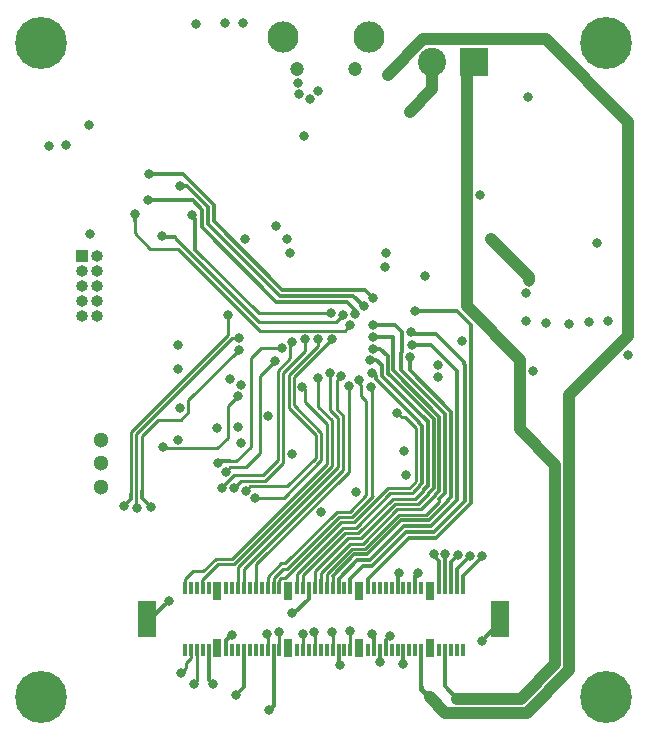
<source format=gbr>
%TF.GenerationSoftware,KiCad,Pcbnew,(5.1.10)-1*%
%TF.CreationDate,2021-09-19T12:36:10+02:00*%
%TF.ProjectId,stm32f446re_carrier_board,73746d33-3266-4343-9436-72655f636172,rev?*%
%TF.SameCoordinates,Original*%
%TF.FileFunction,Copper,L4,Bot*%
%TF.FilePolarity,Positive*%
%FSLAX46Y46*%
G04 Gerber Fmt 4.6, Leading zero omitted, Abs format (unit mm)*
G04 Created by KiCad (PCBNEW (5.1.10)-1) date 2021-09-19 12:36:10*
%MOMM*%
%LPD*%
G01*
G04 APERTURE LIST*
%TA.AperFunction,ComponentPad*%
%ADD10C,1.300000*%
%TD*%
%TA.AperFunction,ComponentPad*%
%ADD11O,1.000000X1.000000*%
%TD*%
%TA.AperFunction,ComponentPad*%
%ADD12R,1.000000X1.000000*%
%TD*%
%TA.AperFunction,ComponentPad*%
%ADD13C,2.400000*%
%TD*%
%TA.AperFunction,ComponentPad*%
%ADD14R,2.400000X2.400000*%
%TD*%
%TA.AperFunction,ComponentPad*%
%ADD15C,0.700000*%
%TD*%
%TA.AperFunction,ComponentPad*%
%ADD16C,4.400000*%
%TD*%
%TA.AperFunction,ComponentPad*%
%ADD17C,2.640000*%
%TD*%
%TA.AperFunction,ComponentPad*%
%ADD18C,1.200000*%
%TD*%
%TA.AperFunction,SMDPad,CuDef*%
%ADD19R,0.300000X1.100000*%
%TD*%
%TA.AperFunction,SMDPad,CuDef*%
%ADD20R,0.700000X1.500000*%
%TD*%
%TA.AperFunction,SMDPad,CuDef*%
%ADD21R,1.600000X3.100000*%
%TD*%
%TA.AperFunction,ViaPad*%
%ADD22C,0.800000*%
%TD*%
%TA.AperFunction,Conductor*%
%ADD23C,0.300000*%
%TD*%
%TA.AperFunction,Conductor*%
%ADD24C,1.000000*%
%TD*%
%TA.AperFunction,Conductor*%
%ADD25C,0.400000*%
%TD*%
%TA.AperFunction,Conductor*%
%ADD26C,0.250000*%
%TD*%
G04 APERTURE END LIST*
D10*
%TO.P,SW1,3*%
%TO.N,GND*%
X119210000Y-100400000D03*
%TO.P,SW1,2*%
%TO.N,Net-(R1-Pad1)*%
X119210000Y-98400000D03*
%TO.P,SW1,1*%
%TO.N,+3V3*%
X119200000Y-102400000D03*
%TD*%
D11*
%TO.P,J4,10*%
%TO.N,Net-(J4-Pad10)*%
X118870000Y-87880000D03*
%TO.P,J4,9*%
%TO.N,GND*%
X117600000Y-87880000D03*
%TO.P,J4,8*%
%TO.N,Net-(J4-Pad8)*%
X118870000Y-86610000D03*
%TO.P,J4,7*%
%TO.N,Net-(J4-Pad7)*%
X117600000Y-86610000D03*
%TO.P,J4,6*%
%TO.N,Net-(J4-Pad6)*%
X118870000Y-85340000D03*
%TO.P,J4,5*%
%TO.N,GND*%
X117600000Y-85340000D03*
%TO.P,J4,4*%
%TO.N,Net-(J4-Pad4)*%
X118870000Y-84070000D03*
%TO.P,J4,3*%
%TO.N,GND*%
X117600000Y-84070000D03*
%TO.P,J4,2*%
%TO.N,Net-(J4-Pad2)*%
X118870000Y-82800000D03*
D12*
%TO.P,J4,1*%
%TO.N,+3V3*%
X117600000Y-82800000D03*
%TD*%
D13*
%TO.P,J1,2*%
%TO.N,GND*%
X147300000Y-66400000D03*
D14*
%TO.P,J1,1*%
%TO.N,VCC*%
X150800000Y-66400000D03*
%TD*%
D15*
%TO.P,H4,1*%
%TO.N,GND*%
X115366726Y-119033274D03*
X114200000Y-118550000D03*
X113033274Y-119033274D03*
X112550000Y-120200000D03*
X113033274Y-121366726D03*
X114200000Y-121850000D03*
X115366726Y-121366726D03*
X115850000Y-120200000D03*
D16*
X114200000Y-120200000D03*
%TD*%
D15*
%TO.P,H3,1*%
%TO.N,GND*%
X163166726Y-119033274D03*
X162000000Y-118550000D03*
X160833274Y-119033274D03*
X160350000Y-120200000D03*
X160833274Y-121366726D03*
X162000000Y-121850000D03*
X163166726Y-121366726D03*
X163650000Y-120200000D03*
D16*
X162000000Y-120200000D03*
%TD*%
D15*
%TO.P,H2,1*%
%TO.N,GND*%
X115366726Y-63633274D03*
X114200000Y-63150000D03*
X113033274Y-63633274D03*
X112550000Y-64800000D03*
X113033274Y-65966726D03*
X114200000Y-66450000D03*
X115366726Y-65966726D03*
X115850000Y-64800000D03*
D16*
X114200000Y-64800000D03*
%TD*%
D15*
%TO.P,H1,1*%
%TO.N,GND*%
X163166726Y-63633274D03*
X162000000Y-63150000D03*
X160833274Y-63633274D03*
X160350000Y-64800000D03*
X160833274Y-65966726D03*
X162000000Y-66450000D03*
X163166726Y-65966726D03*
X163650000Y-64800000D03*
D16*
X162000000Y-64800000D03*
%TD*%
D17*
%TO.P,J3,6*%
%TO.N,Net-(J3-Pad6)*%
X134675000Y-64300000D03*
%TO.P,J3,7*%
%TO.N,Net-(J3-Pad7)*%
X141925000Y-64300000D03*
D18*
%TO.P,J3,8*%
%TO.N,Net-(J3-Pad8)*%
X135875000Y-66980000D03*
%TO.P,J3,9*%
%TO.N,Net-(J3-Pad9)*%
X140725000Y-66980000D03*
%TD*%
D19*
%TO.P,J2,1*%
%TO.N,PC13*%
X126353000Y-110982000D03*
%TO.P,J2,2*%
%TO.N,Net-(J2-Pad2)*%
X126353000Y-116182000D03*
%TO.P,J2,3*%
%TO.N,Net-(J2-Pad3)*%
X126853000Y-110982000D03*
%TO.P,J2,4*%
%TO.N,I2C1_SDA*%
X126853000Y-116182000D03*
%TO.P,J2,5*%
%TO.N,Net-(J2-Pad5)*%
X127353000Y-110982000D03*
%TO.P,J2,6*%
%TO.N,I2C1_SCL*%
X127353000Y-116182000D03*
%TO.P,J2,7*%
%TO.N,PC0*%
X127853000Y-110982000D03*
%TO.P,J2,8*%
%TO.N,Net-(J2-Pad8)*%
X127853000Y-116182000D03*
%TO.P,J2,9*%
%TO.N,Net-(J2-Pad9)*%
X128353000Y-110982000D03*
%TO.P,J2,10*%
%TO.N,PB6*%
X128353000Y-116182000D03*
%TO.P,J2,11*%
%TO.N,Net-(J2-Pad11)*%
X129853000Y-110982000D03*
%TO.P,J2,12*%
%TO.N,GND*%
X129853000Y-116182000D03*
%TO.P,J2,13*%
%TO.N,Net-(J2-Pad13)*%
X130353000Y-110982000D03*
%TO.P,J2,14*%
%TO.N,Net-(J2-Pad14)*%
X130353000Y-116182000D03*
%TO.P,J2,15*%
%TO.N,PC1*%
X130853000Y-110982000D03*
%TO.P,J2,16*%
%TO.N,Net-(J2-Pad16)*%
X130853000Y-116182000D03*
%TO.P,J2,17*%
%TO.N,PC2*%
X131353000Y-110982000D03*
%TO.P,J2,18*%
%TO.N,PB4*%
X131353000Y-116182000D03*
%TO.P,J2,19*%
%TO.N,Net-(J2-Pad19)*%
X131853000Y-110982000D03*
%TO.P,J2,20*%
%TO.N,Net-(J2-Pad20)*%
X131853000Y-116182000D03*
%TO.P,J2,21*%
%TO.N,PC3*%
X132353000Y-110982000D03*
%TO.P,J2,22*%
%TO.N,Net-(J2-Pad22)*%
X132353000Y-116182000D03*
%TO.P,J2,23*%
%TO.N,Net-(J2-Pad23)*%
X132853000Y-110982000D03*
%TO.P,J2,24*%
%TO.N,Net-(J2-Pad24)*%
X132853000Y-116182000D03*
%TO.P,J2,25*%
%TO.N,PA0*%
X133353000Y-110982000D03*
%TO.P,J2,26*%
%TO.N,PB5*%
X133353000Y-116182000D03*
%TO.P,J2,27*%
%TO.N,PA1*%
X133853000Y-110982000D03*
%TO.P,J2,28*%
%TO.N,PC12*%
X133853000Y-116182000D03*
%TO.P,J2,29*%
%TO.N,PA3*%
X134353000Y-110982000D03*
%TO.P,J2,30*%
%TO.N,PB7*%
X134353000Y-116182000D03*
%TO.P,J2,31*%
%TO.N,PA4*%
X135853000Y-110982000D03*
%TO.P,J2,32*%
%TO.N,Net-(J2-Pad32)*%
X135853000Y-116182000D03*
%TO.P,J2,33*%
%TO.N,PA5*%
X136353000Y-110982000D03*
%TO.P,J2,34*%
%TO.N,PD2*%
X136353000Y-116182000D03*
%TO.P,J2,35*%
%TO.N,GND*%
X136853000Y-110982000D03*
%TO.P,J2,36*%
%TO.N,Net-(J2-Pad36)*%
X136853000Y-116182000D03*
%TO.P,J2,37*%
%TO.N,PA7*%
X137353000Y-110982000D03*
%TO.P,J2,38*%
%TO.N,PC11*%
X137353000Y-116182000D03*
%TO.P,J2,39*%
%TO.N,PC5*%
X137853000Y-110982000D03*
%TO.P,J2,40*%
%TO.N,Net-(J2-Pad40)*%
X137853000Y-116182000D03*
%TO.P,J2,41*%
%TO.N,PB1*%
X138353000Y-110982000D03*
%TO.P,J2,42*%
%TO.N,Net-(J2-Pad42)*%
X138353000Y-116182000D03*
%TO.P,J2,43*%
%TO.N,PA6*%
X138853000Y-110982000D03*
%TO.P,J2,44*%
%TO.N,PC10*%
X138853000Y-116182000D03*
%TO.P,J2,45*%
%TO.N,PC4*%
X139353000Y-110982000D03*
%TO.P,J2,46*%
%TO.N,GND*%
X139353000Y-116182000D03*
%TO.P,J2,47*%
%TO.N,Net-(J2-Pad47)*%
X139853000Y-110982000D03*
%TO.P,J2,48*%
%TO.N,Net-(J2-Pad48)*%
X139853000Y-116182000D03*
%TO.P,J2,49*%
%TO.N,PB0*%
X140353000Y-110982000D03*
%TO.P,J2,50*%
%TO.N,PA15*%
X140353000Y-116182000D03*
%TO.P,J2,51*%
%TO.N,PB10*%
X141853000Y-110982000D03*
%TO.P,J2,52*%
%TO.N,Net-(J2-Pad52)*%
X141853000Y-116182000D03*
%TO.P,J2,53*%
%TO.N,Net-(J2-Pad53)*%
X142353000Y-110982000D03*
%TO.P,J2,54*%
%TO.N,+3V3*%
X142353000Y-116182000D03*
%TO.P,J2,55*%
%TO.N,Net-(J2-Pad55)*%
X142853000Y-110982000D03*
%TO.P,J2,56*%
%TO.N,GND*%
X142853000Y-116182000D03*
%TO.P,J2,57*%
%TO.N,Net-(J2-Pad57)*%
X143353000Y-110982000D03*
%TO.P,J2,58*%
%TO.N,+3V3*%
X143353000Y-116182000D03*
%TO.P,J2,59*%
%TO.N,Net-(J2-Pad59)*%
X143853000Y-110982000D03*
%TO.P,J2,60*%
%TO.N,Net-(J2-Pad60)*%
X143853000Y-116182000D03*
%TO.P,J2,61*%
%TO.N,GND*%
X144353000Y-110982000D03*
%TO.P,J2,62*%
%TO.N,Net-(J2-Pad62)*%
X144353000Y-116182000D03*
%TO.P,J2,63*%
%TO.N,Net-(J2-Pad63)*%
X144853000Y-110982000D03*
%TO.P,J2,64*%
%TO.N,+3V3*%
X144853000Y-116182000D03*
%TO.P,J2,65*%
%TO.N,Net-(J2-Pad65)*%
X145353000Y-110982000D03*
%TO.P,J2,66*%
%TO.N,Net-(J2-Pad66)*%
X145353000Y-116182000D03*
%TO.P,J2,67*%
%TO.N,+3V3*%
X145853000Y-110982000D03*
%TO.P,J2,68*%
%TO.N,Net-(J2-Pad68)*%
X145853000Y-116182000D03*
%TO.P,J2,69*%
%TO.N,Net-(J2-Pad69)*%
X146353000Y-110982000D03*
%TO.P,J2,70*%
%TO.N,+5V*%
X146353000Y-116182000D03*
%TO.P,J2,71*%
%TO.N,PC8*%
X147853000Y-110982000D03*
%TO.P,J2,72*%
%TO.N,Net-(J2-Pad72)*%
X147853000Y-116182000D03*
%TO.P,J2,73*%
%TO.N,PC9*%
X148353000Y-110982000D03*
%TO.P,J2,74*%
%TO.N,VCC*%
X148353000Y-116182000D03*
%TO.P,J2,75*%
%TO.N,PA8*%
X148853000Y-110982000D03*
%TO.P,J2,76*%
%TO.N,Net-(J2-Pad76)*%
X148853000Y-116182000D03*
%TO.P,J2,77*%
%TO.N,PA9*%
X149353000Y-110982000D03*
%TO.P,J2,78*%
%TO.N,Net-(J2-Pad78)*%
X149353000Y-116182000D03*
%TO.P,J2,79*%
%TO.N,PA10*%
X149853000Y-110982000D03*
%TO.P,J2,80*%
%TO.N,Net-(J2-Pad80)*%
X149853000Y-116182000D03*
D20*
%TO.P,J2,81*%
%TO.N,Net-(J2-Pad81)*%
X129103000Y-111182000D03*
%TO.P,J2,82*%
%TO.N,Net-(J2-Pad82)*%
X129103000Y-115982000D03*
%TO.P,J2,83*%
%TO.N,Net-(J2-Pad83)*%
X135103000Y-111182000D03*
%TO.P,J2,84*%
%TO.N,Net-(J2-Pad84)*%
X135103000Y-115982000D03*
%TO.P,J2,85*%
%TO.N,Net-(J2-Pad85)*%
X141103000Y-111182000D03*
%TO.P,J2,86*%
%TO.N,Net-(J2-Pad86)*%
X141103000Y-115982000D03*
%TO.P,J2,87*%
%TO.N,Net-(J2-Pad87)*%
X147103000Y-111182000D03*
%TO.P,J2,88*%
%TO.N,Net-(J2-Pad88)*%
X147103000Y-115982000D03*
D21*
%TO.P,J2,MP1*%
%TO.N,GND*%
X123153000Y-113582000D03*
%TO.P,J2,MP2*%
X153053000Y-113582000D03*
%TD*%
D22*
%TO.N,GND*%
X129100000Y-97400000D03*
X131100000Y-98700000D03*
X125800000Y-90400000D03*
X125800000Y-92400000D03*
X143400000Y-82600000D03*
X151300000Y-77700000D03*
X155400000Y-69400000D03*
X155204113Y-85955224D03*
X161200000Y-81700000D03*
X155800000Y-92600000D03*
X149800000Y-90000000D03*
X147800000Y-93100000D03*
X118200000Y-71700000D03*
X127300000Y-63200000D03*
X130800000Y-97300000D03*
X135901779Y-68179704D03*
X137597553Y-68900701D03*
X136000000Y-69100000D03*
X136900000Y-69500000D03*
X136400000Y-72700000D03*
X135205000Y-82600000D03*
X131400000Y-81400000D03*
X137900000Y-104500000D03*
X135400000Y-99600000D03*
X146700000Y-84500000D03*
X140811611Y-102817144D03*
X125800000Y-98375000D03*
X130200000Y-93248500D03*
X144900000Y-99300000D03*
X145400000Y-70600000D03*
X144500000Y-109700000D03*
X142876914Y-117235657D03*
X139500000Y-117500000D03*
X135400000Y-113100000D03*
X130300000Y-114900000D03*
X125000000Y-112000000D03*
X151500000Y-115400000D03*
%TO.N,+3V3*%
X163900000Y-91200000D03*
X155200000Y-88300000D03*
X156900000Y-88500000D03*
X158900000Y-88600000D03*
X160600000Y-88400000D03*
X162200000Y-88300000D03*
X147800000Y-92100000D03*
X118300000Y-81000000D03*
X114800000Y-73500000D03*
X116300000Y-73400000D03*
X129700000Y-63100000D03*
X131300000Y-63100000D03*
X134100000Y-80300000D03*
X135000000Y-81400000D03*
X143300000Y-83800000D03*
X125900000Y-95700000D03*
X131072149Y-93737743D03*
X133400000Y-96400000D03*
X145100000Y-101400000D03*
X146100000Y-109700000D03*
X144800000Y-117400000D03*
X143699617Y-115032008D03*
X142200000Y-114800000D03*
%TO.N,+5V*%
X143500000Y-67500000D03*
%TO.N,/power/IN*%
X152300000Y-81400000D03*
X155500000Y-85000000D03*
%TO.N,PA15*%
X140300000Y-114600000D03*
X138800000Y-89867302D03*
X132300000Y-103300000D03*
%TO.N,PC10*%
X138800000Y-114700000D03*
X137588375Y-89867302D03*
X131486265Y-102718761D03*
%TO.N,PC11*%
X137300000Y-114700000D03*
X136500000Y-89900000D03*
X130500000Y-102500000D03*
%TO.N,PD2*%
X136306114Y-114810431D03*
%TO.N,PC12*%
X130000000Y-87800000D03*
X133500000Y-121300000D03*
X121200000Y-104000000D03*
%TO.N,PB7*%
X134300000Y-114700000D03*
%TO.N,PD2*%
X135400000Y-90100000D03*
X129500000Y-102500000D03*
%TO.N,PB5*%
X133307720Y-114824035D03*
%TO.N,PB4*%
X130926771Y-89773229D03*
X130700000Y-120000000D03*
X122300000Y-104200000D03*
%TO.N,PB5*%
X129149208Y-100340742D03*
X134552000Y-90630000D03*
%TO.N,PB6*%
X130904785Y-90773500D03*
X128700000Y-119100000D03*
X123500000Y-104100000D03*
%TO.N,PB7*%
X134000000Y-91700000D03*
X129800000Y-101100000D03*
%TO.N,I2C1_SCL*%
X127100000Y-119100000D03*
%TO.N,I2C1_SDA*%
X126000000Y-118100000D03*
%TO.N,PC13*%
X136300000Y-93900000D03*
%TO.N,PC0*%
X137640488Y-93124156D03*
%TO.N,PC1*%
X138638473Y-92725279D03*
%TO.N,PC2*%
X139599999Y-92999998D03*
%TO.N,PC3*%
X140200000Y-93800000D03*
%TO.N,PA0*%
X141100000Y-93300000D03*
%TO.N,PA1*%
X142100000Y-93900000D03*
%TO.N,PA3*%
X144312549Y-96087451D03*
%TO.N,PA4*%
X142200000Y-92700000D03*
%TO.N,PA5*%
X141983770Y-91648691D03*
%TO.N,PA6*%
X145383069Y-91376192D03*
%TO.N,PA7*%
X142300000Y-90700006D03*
%TO.N,PC4*%
X145600000Y-90400003D03*
%TO.N,PC5*%
X142300000Y-89700003D03*
%TO.N,PB0*%
X145500000Y-89300000D03*
%TO.N,PB1*%
X142300000Y-88700000D03*
%TO.N,PB10*%
X145800000Y-87500000D03*
%TO.N,PC8*%
X147399997Y-108100000D03*
%TO.N,PC9*%
X148400000Y-108100000D03*
%TO.N,PA8*%
X149430332Y-108130329D03*
%TO.N,PA9*%
X150500000Y-108200000D03*
%TO.N,PA10*%
X151500000Y-108200000D03*
%TO.N,FLASH_!WP*%
X122100000Y-79300000D03*
X140347167Y-88663267D03*
%TO.N,FLASH_!HOLD*%
X138746379Y-87692301D03*
X126907115Y-79392885D03*
%TO.N,SPI2_MOSI*%
X139736227Y-87834440D03*
X124400000Y-81100000D03*
%TO.N,SPI2_MISO*%
X140731777Y-87740186D03*
X123200000Y-78100000D03*
%TO.N,SPI2_SCK*%
X141500000Y-87100000D03*
X125900000Y-76900000D03*
%TO.N,SPI2_!CS*%
X142300000Y-86400000D03*
X123300000Y-75900000D03*
%TO.N,NRST*%
X130800000Y-94700000D03*
X124500000Y-99000000D03*
%TD*%
D23*
%TO.N,+5V*%
X146353000Y-116182000D02*
X146353000Y-119353000D01*
D24*
%TO.N,GND*%
X147300000Y-66400000D02*
X147300000Y-68700000D01*
X147300000Y-68700000D02*
X145400000Y-70600000D01*
D23*
X144353000Y-109847000D02*
X144500000Y-109700000D01*
X144353000Y-110982000D02*
X144353000Y-109847000D01*
X142853000Y-117211743D02*
X142876914Y-117235657D01*
X142853000Y-116182000D02*
X142853000Y-117211743D01*
X139353000Y-117353000D02*
X139500000Y-117500000D01*
X139353000Y-116182000D02*
X139353000Y-117353000D01*
X135585000Y-113100000D02*
X135400000Y-113100000D01*
X136853000Y-111832000D02*
X135585000Y-113100000D01*
X136853000Y-110982000D02*
X136853000Y-111832000D01*
X129853000Y-115347000D02*
X130300000Y-114900000D01*
X129853000Y-116182000D02*
X129853000Y-115347000D01*
X123418000Y-113582000D02*
X125000000Y-112000000D01*
X123153000Y-113582000D02*
X123418000Y-113582000D01*
X153053000Y-113847000D02*
X151500000Y-115400000D01*
X153053000Y-113582000D02*
X153053000Y-113847000D01*
%TO.N,+3V3*%
X145853000Y-109947000D02*
X146100000Y-109700000D01*
X145853000Y-110982000D02*
X145853000Y-109947000D01*
X144853000Y-117347000D02*
X144800000Y-117400000D01*
X144853000Y-116182000D02*
X144853000Y-117347000D01*
X143353000Y-115378625D02*
X143699617Y-115032008D01*
X143353000Y-116182000D02*
X143353000Y-115378625D01*
X142353000Y-114953000D02*
X142200000Y-114800000D01*
X142353000Y-116182000D02*
X142353000Y-114953000D01*
D24*
%TO.N,+5V*%
X156897069Y-64499999D02*
X163848535Y-71451465D01*
X146500001Y-64499999D02*
X156897069Y-64499999D01*
X143500000Y-67500000D02*
X146500001Y-64499999D01*
X158900009Y-117897061D02*
X155297060Y-121500010D01*
X158900009Y-94571989D02*
X158900009Y-117897061D01*
X155297060Y-121500010D02*
X148400010Y-121500010D01*
X163848535Y-89623463D02*
X158900009Y-94571989D01*
X163848535Y-71451465D02*
X163848535Y-89623463D01*
X148400010Y-121500010D02*
X147100000Y-120200000D01*
D25*
X146353000Y-119453000D02*
X147100000Y-120200000D01*
X146353000Y-119353000D02*
X146353000Y-119453000D01*
D24*
%TO.N,/power/IN*%
X155500000Y-84600000D02*
X155500000Y-84855223D01*
X152300000Y-81400000D02*
X155500000Y-84600000D01*
D26*
%TO.N,PA15*%
X140353000Y-114653000D02*
X140300000Y-114600000D01*
X140353000Y-116182000D02*
X140353000Y-114653000D01*
X135574999Y-93092303D02*
X135574999Y-95474999D01*
X138800000Y-89867302D02*
X135574999Y-93092303D01*
X135574999Y-95474999D02*
X137899980Y-97799980D01*
X137899980Y-97799980D02*
X137899980Y-100100020D01*
X134700000Y-103300000D02*
X132300000Y-103300000D01*
X137899980Y-100100020D02*
X134700000Y-103300000D01*
%TO.N,PC10*%
X138853000Y-114753000D02*
X138800000Y-114700000D01*
X138853000Y-116182000D02*
X138853000Y-114753000D01*
X137588375Y-89867302D02*
X137588375Y-90442517D01*
X137588375Y-90442517D02*
X135124989Y-92905903D01*
X135124989Y-92905903D02*
X135124990Y-95661400D01*
X135124990Y-95661400D02*
X136931795Y-97468205D01*
X136931795Y-97468205D02*
X137449970Y-97986380D01*
X137449970Y-97986380D02*
X137449970Y-99913620D01*
X137449970Y-99913620D02*
X135031795Y-102331795D01*
X131873231Y-102331795D02*
X131486265Y-102718761D01*
X135031795Y-102331795D02*
X131873231Y-102331795D01*
%TO.N,PC11*%
X137353000Y-114753000D02*
X137300000Y-114700000D01*
X137353000Y-116182000D02*
X137353000Y-114753000D01*
X136500000Y-89900000D02*
X136500000Y-90894482D01*
X134674980Y-92719504D02*
X134674980Y-100325020D01*
X136500000Y-90894482D02*
X134674980Y-92719504D01*
X134674980Y-100325020D02*
X133118215Y-101881785D01*
X131118215Y-101881785D02*
X130500000Y-102500000D01*
X133118215Y-101881785D02*
X131118215Y-101881785D01*
%TO.N,PD2*%
X136353000Y-114857317D02*
X136306114Y-114810431D01*
X136353000Y-116182000D02*
X136353000Y-114857317D01*
%TO.N,PC12*%
X130000000Y-87800000D02*
X130000000Y-89497905D01*
X130000000Y-89497905D02*
X127548952Y-91948953D01*
X127548952Y-91948953D02*
X121784305Y-97713600D01*
X121784305Y-97713600D02*
X121784305Y-103000000D01*
D23*
X133853000Y-120947000D02*
X133500000Y-121300000D01*
X133853000Y-116182000D02*
X133853000Y-120947000D01*
X121759305Y-103440695D02*
X121759305Y-103000000D01*
X121200000Y-104000000D02*
X121759305Y-103440695D01*
D26*
%TO.N,PB7*%
X134353000Y-114753000D02*
X134300000Y-114700000D01*
X134353000Y-116182000D02*
X134353000Y-114753000D01*
%TO.N,PD2*%
X135277001Y-89977001D02*
X135277001Y-91481074D01*
X135400000Y-90100000D02*
X135277001Y-89977001D01*
X135277001Y-91481074D02*
X134224970Y-92533104D01*
X134224970Y-92533104D02*
X134224970Y-100138620D01*
X134224970Y-100138620D02*
X132963590Y-101400000D01*
X129500000Y-102426998D02*
X129500000Y-102500000D01*
X130526998Y-101400000D02*
X129500000Y-102426998D01*
X132963590Y-101400000D02*
X130526998Y-101400000D01*
%TO.N,PB5*%
X133353000Y-114869315D02*
X133307720Y-114824035D01*
X133353000Y-116182000D02*
X133353000Y-114869315D01*
D23*
%TO.N,PB4*%
X131353000Y-119347000D02*
X130700000Y-120000000D01*
X131353000Y-116182000D02*
X131353000Y-119347000D01*
D26*
X122234315Y-104134315D02*
X122300000Y-104200000D01*
X122234315Y-97900000D02*
X122234315Y-104134315D01*
X130361086Y-89773229D02*
X122234315Y-97900000D01*
X130926771Y-89773229D02*
X130361086Y-89773229D01*
%TO.N,PB5*%
X131900000Y-91500000D02*
X131900000Y-98973002D01*
X131900000Y-98973002D02*
X130673002Y-100200000D01*
X132800000Y-90600000D02*
X131900000Y-91500000D01*
X130673002Y-100200000D02*
X130200000Y-100200000D01*
X133956315Y-90600000D02*
X132800000Y-90600000D01*
X133986315Y-90630000D02*
X133956315Y-90600000D01*
X134552000Y-90630000D02*
X133986315Y-90630000D01*
D23*
X129289950Y-100200000D02*
X129149208Y-100340742D01*
X130200000Y-100200000D02*
X129289950Y-100200000D01*
D26*
%TO.N,PB6*%
X126625001Y-96048001D02*
X125973002Y-96700000D01*
X125973002Y-96700000D02*
X124070725Y-96700000D01*
X126625001Y-95053284D02*
X126625001Y-96048001D01*
X130904785Y-90773500D02*
X126625001Y-95053284D01*
X124070725Y-96700000D02*
X122684325Y-98086400D01*
X122684325Y-98086400D02*
X122684325Y-102747915D01*
D23*
X128353000Y-118753000D02*
X128700000Y-119100000D01*
X128353000Y-116182000D02*
X128353000Y-118753000D01*
X122709325Y-103309325D02*
X122709325Y-102747915D01*
X123500000Y-104100000D02*
X122709325Y-103309325D01*
D26*
%TO.N,PB7*%
X132674999Y-93025001D02*
X132674999Y-99525001D01*
X134000000Y-91700000D02*
X132674999Y-93025001D01*
X132674999Y-99525001D02*
X131500000Y-100700000D01*
X130200000Y-100700000D02*
X129800000Y-101100000D01*
X131500000Y-100700000D02*
X130200000Y-100700000D01*
%TO.N,I2C1_SCL*%
X127353000Y-118847000D02*
X127100000Y-119100000D01*
X127353000Y-116182000D02*
X127353000Y-118847000D01*
%TO.N,I2C1_SDA*%
X126000000Y-118100000D02*
X126400000Y-117700000D01*
X126853000Y-116847000D02*
X126853000Y-116182000D01*
X126400000Y-117300000D02*
X126853000Y-116847000D01*
X126400000Y-117700000D02*
X126400000Y-117300000D01*
%TO.N,PC13*%
X138349990Y-97049990D02*
X138349990Y-100404370D01*
X138349990Y-100404370D02*
X130304370Y-108449990D01*
X130304370Y-108449990D02*
X128963598Y-108449990D01*
X128963598Y-108449990D02*
X127913588Y-109500000D01*
X126353000Y-110196998D02*
X126353000Y-110982000D01*
X127049998Y-109500000D02*
X126353000Y-110196998D01*
X127913588Y-109500000D02*
X127049998Y-109500000D01*
X138349990Y-97049990D02*
X136500000Y-95200000D01*
X136500000Y-94100000D02*
X136300000Y-93900000D01*
X136500000Y-95200000D02*
X136500000Y-94100000D01*
%TO.N,PC0*%
X137640488Y-93124156D02*
X137640488Y-95590518D01*
X137640488Y-95590518D02*
X138800000Y-96750030D01*
X138800000Y-100590770D02*
X130490770Y-108900000D01*
X138800000Y-96750030D02*
X138800000Y-100590770D01*
X129149998Y-108900000D02*
X127828001Y-110221997D01*
X130490770Y-108900000D02*
X129149998Y-108900000D01*
X127853000Y-110553000D02*
X127853000Y-110982000D01*
X127828001Y-110528001D02*
X127853000Y-110553000D01*
X127828001Y-110221997D02*
X127828001Y-110528001D01*
%TO.N,PC1*%
X138638473Y-95874883D02*
X139299980Y-96536390D01*
X138638473Y-92725279D02*
X138638473Y-95874883D01*
X139299980Y-96536390D02*
X139299980Y-100727200D01*
X130853000Y-109174180D02*
X130853000Y-110982000D01*
X139299980Y-100727200D02*
X130853000Y-109174180D01*
%TO.N,PC2*%
X139200000Y-95800000D02*
X139749990Y-96349990D01*
X139200000Y-93399997D02*
X139200000Y-95800000D01*
X139599999Y-92999998D02*
X139200000Y-93399997D01*
X139749990Y-96349990D02*
X139749990Y-100913600D01*
X131353000Y-109310590D02*
X131353000Y-110982000D01*
X139749990Y-100913600D02*
X131353000Y-109310590D01*
%TO.N,PC3*%
X140200000Y-93800000D02*
X140200000Y-101100000D01*
X140200000Y-101100000D02*
X132377999Y-108922001D01*
X132353000Y-109302998D02*
X132353000Y-110982000D01*
X132377999Y-109277999D02*
X132353000Y-109302998D01*
X132377999Y-108922001D02*
X132377999Y-109277999D01*
%TO.N,PA0*%
X133353000Y-109974178D02*
X133353000Y-110982000D01*
X134477187Y-108849991D02*
X133353000Y-109974178D01*
X134821253Y-108849990D02*
X134477187Y-108849991D01*
X139196334Y-104474909D02*
X134821253Y-108849990D01*
X140282095Y-104474908D02*
X139196334Y-104474909D01*
X141700000Y-103057003D02*
X140282095Y-104474908D01*
X141700000Y-95113339D02*
X141700000Y-103057003D01*
X141260509Y-94673848D02*
X141700000Y-95113339D01*
X141260509Y-93776984D02*
X141260509Y-94673848D01*
X141100000Y-93616475D02*
X141260509Y-93776984D01*
X141100000Y-93300000D02*
X141100000Y-93616475D01*
%TO.N,PA1*%
X142236671Y-103156742D02*
X140468495Y-104924918D01*
X140468495Y-104924918D02*
X139382735Y-104924918D01*
X139382735Y-104924918D02*
X135007653Y-109300000D01*
X134663588Y-109300000D02*
X133853000Y-110110588D01*
X133853000Y-110110588D02*
X133853000Y-110982000D01*
X135007653Y-109300000D02*
X134663588Y-109300000D01*
X142217123Y-103137194D02*
X142236671Y-103156742D01*
X142217123Y-94017123D02*
X142217123Y-103137194D01*
X142100000Y-93900000D02*
X142217123Y-94017123D01*
%TO.N,PA3*%
X134353000Y-110246998D02*
X134353000Y-110982000D01*
X144312549Y-96087451D02*
X144712548Y-96487450D01*
X139569136Y-105374927D02*
X134837064Y-110106999D01*
X144712548Y-96487450D02*
X144987450Y-96487450D01*
X144987450Y-96487450D02*
X145924950Y-97424950D01*
X140654897Y-105374926D02*
X139569136Y-105374927D01*
X134837064Y-110106999D02*
X134492999Y-110106999D01*
X145800000Y-101999756D02*
X145800000Y-102035110D01*
X143554889Y-102474934D02*
X140654897Y-105374926D01*
X145800000Y-102035110D02*
X145360176Y-102474934D01*
X145924950Y-97424950D02*
X145924950Y-101874806D01*
X145924950Y-101874806D02*
X145800000Y-101999756D01*
X145360176Y-102474934D02*
X143554889Y-102474934D01*
X134492999Y-110106999D02*
X134353000Y-110246998D01*
D23*
%TO.N,PA4*%
X142499963Y-93214203D02*
X142499965Y-93214205D01*
X142499963Y-92999963D02*
X142499963Y-93214203D01*
X142200000Y-92700000D02*
X142499963Y-92999963D01*
X146185760Y-96985760D02*
X146399960Y-97199960D01*
X146185760Y-96900000D02*
X146185760Y-96985760D01*
X142499965Y-93214205D02*
X146185760Y-96900000D01*
X146399960Y-97199960D02*
X146399960Y-102071560D01*
X146399960Y-102071560D02*
X146285760Y-102185760D01*
D26*
X135853000Y-109727473D02*
X135853000Y-110982000D01*
X139755537Y-105824936D02*
X135853000Y-109727473D01*
X140841297Y-105824936D02*
X139755537Y-105824936D01*
X143741290Y-102924943D02*
X140841297Y-105824936D01*
X145575058Y-102924942D02*
X143741290Y-102924943D01*
X145631795Y-102868205D02*
X145575058Y-102924942D01*
X145631795Y-102839725D02*
X145631795Y-102868205D01*
X146285760Y-102185760D02*
X145631795Y-102839725D01*
D23*
%TO.N,PA5*%
X146392880Y-96400000D02*
X146461518Y-96400000D01*
X142999973Y-93007093D02*
X146392880Y-96400000D01*
X142999973Y-92099209D02*
X142999973Y-93007093D01*
X142549455Y-91648691D02*
X142999973Y-92099209D01*
X141983770Y-91648691D02*
X142549455Y-91648691D01*
X146461518Y-96400000D02*
X146899970Y-96838452D01*
X146899970Y-96838452D02*
X146899970Y-102278670D01*
X146899970Y-102278670D02*
X146589320Y-102589320D01*
D26*
X139941938Y-106274945D02*
X136353000Y-109863883D01*
X141027699Y-106274944D02*
X139941938Y-106274945D01*
X143927691Y-103374952D02*
X141027699Y-106274944D01*
X136353000Y-109863883D02*
X136353000Y-110982000D01*
X145825048Y-103374952D02*
X143927691Y-103374952D01*
X146589320Y-102610680D02*
X145825048Y-103374952D01*
X146589320Y-102589320D02*
X146589320Y-102610680D01*
D23*
%TO.N,PA6*%
X145383069Y-92493071D02*
X148900000Y-96010002D01*
X145383069Y-91376192D02*
X145383069Y-92493071D01*
X148900000Y-96010002D02*
X148900000Y-103200000D01*
X148900000Y-103200000D02*
X148600000Y-103500000D01*
X148600000Y-103500000D02*
X148600000Y-103592880D01*
X146992890Y-105199990D02*
X144683648Y-105199990D01*
X148600000Y-103592880D02*
X146992890Y-105199990D01*
X144683648Y-105199990D02*
X144683646Y-105199992D01*
X140697896Y-108099982D02*
X138900000Y-109897878D01*
X141783656Y-108099982D02*
X140697896Y-108099982D01*
X144683646Y-105199992D02*
X141783656Y-108099982D01*
D26*
X138853000Y-109944878D02*
X138900000Y-109897878D01*
X138853000Y-110982000D02*
X138853000Y-109944878D01*
D23*
%TO.N,PA7*%
X142300000Y-90700006D02*
X142900006Y-90700006D01*
X143499983Y-91299983D02*
X143499983Y-92799983D01*
X142900006Y-90700006D02*
X143499983Y-91299983D01*
X143600000Y-92900000D02*
X143668638Y-92900000D01*
X143499983Y-92799983D02*
X143600000Y-92900000D01*
X143668638Y-92900000D02*
X147399980Y-96631342D01*
X147399980Y-102485780D02*
X146985760Y-102900000D01*
X147399980Y-96631342D02*
X147399980Y-102485780D01*
D26*
X146985760Y-102914240D02*
X146075040Y-103824960D01*
X146985760Y-102900000D02*
X146985760Y-102914240D01*
X146075040Y-103824960D02*
X144114092Y-103824961D01*
X141214099Y-106724954D02*
X140128339Y-106724954D01*
X144114092Y-103824961D02*
X141214099Y-106724954D01*
X137353000Y-109500293D02*
X137353000Y-110982000D01*
X140128339Y-106724954D02*
X137353000Y-109500293D01*
D23*
%TO.N,PC5*%
X137853000Y-110247000D02*
X137853000Y-110982000D01*
%TO.N,PC4*%
X147200000Y-105700000D02*
X144890758Y-105700000D01*
X144890758Y-105700000D02*
X141990758Y-108600000D01*
X149400000Y-103500000D02*
X147200000Y-105700000D01*
X149400000Y-92589998D02*
X149400000Y-103500000D01*
X147210005Y-90400003D02*
X149400000Y-92589998D01*
X145600000Y-90400003D02*
X147210005Y-90400003D01*
X139352999Y-110151999D02*
X139352999Y-110400000D01*
X140905006Y-108599992D02*
X139352999Y-110151999D01*
X141990750Y-108599992D02*
X140905006Y-108599992D01*
X141990758Y-108600000D02*
X141990750Y-108599992D01*
D26*
X139352999Y-110946999D02*
X139352999Y-110151999D01*
X139353000Y-110982000D02*
X139352999Y-110946999D01*
D23*
%TO.N,PC5*%
X142300000Y-89700003D02*
X143999993Y-89700003D01*
X143999993Y-89700003D02*
X143999993Y-92524235D01*
X143999993Y-92524235D02*
X144133060Y-92657302D01*
X144133060Y-92657302D02*
X147899990Y-96424232D01*
X147899990Y-96424232D02*
X147899990Y-102692890D01*
X147899990Y-102692890D02*
X147596440Y-102996440D01*
D26*
X147596440Y-102996440D02*
X146317910Y-104274970D01*
X144300493Y-104274970D02*
X141400501Y-107174962D01*
X146317910Y-104274970D02*
X144300493Y-104274970D01*
X137853000Y-109636703D02*
X137853000Y-110982000D01*
X140314740Y-107174963D02*
X137853000Y-109636703D01*
X141400501Y-107174962D02*
X140314740Y-107174963D01*
D23*
%TO.N,PB0*%
X147407110Y-106200010D02*
X145097868Y-106200010D01*
X150049991Y-103557129D02*
X147407110Y-106200010D01*
X145097868Y-106200010D02*
X142197878Y-109100000D01*
X150049991Y-92049991D02*
X150049991Y-103557129D01*
X150000000Y-92000000D02*
X150049991Y-92049991D01*
X147600000Y-89400000D02*
X150000000Y-91800000D01*
X150000000Y-91800000D02*
X150000000Y-92000000D01*
X145600000Y-89400000D02*
X147600000Y-89400000D01*
X140353000Y-110201998D02*
X140353000Y-110982000D01*
X141454998Y-109100000D02*
X140353000Y-110201998D01*
X142197878Y-109100000D02*
X141454998Y-109100000D01*
%TO.N,PB1*%
X142300000Y-88700000D02*
X143200000Y-88700000D01*
X143200000Y-88700000D02*
X144100000Y-88700000D01*
X144100000Y-88700000D02*
X144700000Y-89300000D01*
X144633068Y-91016191D02*
X144633068Y-92450190D01*
X144700000Y-90949259D02*
X144633068Y-91016191D01*
X144700000Y-89300000D02*
X144700000Y-90949259D01*
X148400000Y-96217122D02*
X148400000Y-102900000D01*
X144633068Y-92450190D02*
X148400000Y-96217122D01*
X148400000Y-102900000D02*
X147900000Y-103400000D01*
D26*
X147900000Y-103400000D02*
X147900000Y-103621116D01*
X147900000Y-103621116D02*
X146796136Y-104724980D01*
X144486893Y-104724980D02*
X143800000Y-105411874D01*
X146796136Y-104724980D02*
X144486893Y-104724980D01*
X138353000Y-109773113D02*
X138353000Y-110982000D01*
X140501141Y-107624972D02*
X138353000Y-109773113D01*
X141586902Y-107624972D02*
X140501141Y-107624972D01*
X143800000Y-105411874D02*
X141586902Y-107624972D01*
D23*
%TO.N,PB10*%
X141853000Y-110151998D02*
X141853000Y-110982000D01*
X145304978Y-106700020D02*
X141853000Y-110151998D01*
X150550001Y-103764239D02*
X147614220Y-106700020D01*
X147614220Y-106700020D02*
X145304978Y-106700020D01*
X150550001Y-88650001D02*
X150550001Y-103764239D01*
X149355577Y-87455577D02*
X150550001Y-88650001D01*
X145801468Y-87455577D02*
X149355577Y-87455577D01*
%TO.N,PC8*%
X147399997Y-108209999D02*
X147399997Y-108100000D01*
X147853000Y-108663002D02*
X147399997Y-108209999D01*
X147853000Y-110982000D02*
X147853000Y-108663002D01*
%TO.N,PC9*%
X148353000Y-108147000D02*
X148353000Y-110982000D01*
X148400000Y-108100000D02*
X148353000Y-108147000D01*
%TO.N,PA8*%
X148853000Y-108707661D02*
X148853000Y-110982000D01*
X149430332Y-108130329D02*
X148853000Y-108707661D01*
%TO.N,PA9*%
X149353000Y-109347000D02*
X150500000Y-108200000D01*
X149353000Y-110982000D02*
X149353000Y-109347000D01*
%TO.N,PA10*%
X149853000Y-110982000D02*
X149853000Y-109947000D01*
X151500000Y-108300000D02*
X151500000Y-108200000D01*
X149853000Y-109947000D02*
X151500000Y-108300000D01*
%TO.N,FLASH_!WP*%
X122100000Y-79910002D02*
X122100000Y-79300000D01*
D26*
X139868132Y-89142302D02*
X140347167Y-88663267D01*
X132734127Y-89142302D02*
X139868132Y-89142302D01*
X125791825Y-82200000D02*
X132734127Y-89142302D01*
X123400000Y-82200000D02*
X125791825Y-82200000D01*
X122100000Y-80900000D02*
X123400000Y-82200000D01*
X122100000Y-79300000D02*
X122100000Y-80900000D01*
D23*
%TO.N,FLASH_!HOLD*%
X127203568Y-79689338D02*
X127203568Y-82303568D01*
X126907115Y-79392885D02*
X127203568Y-79689338D01*
D26*
X132592301Y-87692301D02*
X127203568Y-82303568D01*
X138746379Y-87692301D02*
X132592301Y-87692301D01*
D23*
%TO.N,SPI2_MOSI*%
X125500000Y-81207120D02*
X125499990Y-81207110D01*
X124507120Y-81207120D02*
X124400000Y-81100000D01*
X125500000Y-81207120D02*
X124507120Y-81207120D01*
D26*
X125500000Y-81271765D02*
X125500000Y-81207120D01*
X132645537Y-88417302D02*
X125500000Y-81271765D01*
X139153365Y-88417302D02*
X132645537Y-88417302D01*
X139736227Y-87834440D02*
X139153365Y-88417302D01*
D23*
%TO.N,SPI2_MISO*%
X140063574Y-86700020D02*
X134100020Y-86700020D01*
X140731777Y-87368223D02*
X140063574Y-86700020D01*
X140731777Y-87740186D02*
X140731777Y-87368223D01*
X134100020Y-86700020D02*
X127799980Y-80399980D01*
X127799980Y-80399980D02*
X127799980Y-80324222D01*
X127799980Y-80324222D02*
X127799980Y-78900000D01*
X126996412Y-78096432D02*
X123203568Y-78096432D01*
X127799980Y-78900000D02*
X126996412Y-78096432D01*
X123203568Y-78096432D02*
X123200000Y-78100000D01*
%TO.N,SPI2_SCK*%
X134382888Y-86200010D02*
X128299990Y-80117112D01*
X140600010Y-86200010D02*
X134382888Y-86200010D01*
X141500000Y-87100000D02*
X140600010Y-86200010D01*
X128299990Y-80117112D02*
X128299990Y-78900000D01*
X128299990Y-78900000D02*
X128299990Y-78692890D01*
X126507100Y-76900000D02*
X125900000Y-76900000D01*
X128299990Y-78692890D02*
X126507100Y-76900000D01*
%TO.N,SPI2_!CS*%
X142300000Y-86400000D02*
X141600000Y-85700000D01*
X134589998Y-85700000D02*
X128800000Y-79910002D01*
X141600000Y-85700000D02*
X134589998Y-85700000D01*
X128800000Y-79910002D02*
X128800000Y-78900000D01*
X128800000Y-78485780D02*
X126214220Y-75900000D01*
X126214220Y-75900000D02*
X123300000Y-75900000D01*
X128800000Y-78900000D02*
X128800000Y-78485780D01*
D26*
%TO.N,NRST*%
X130800000Y-94700000D02*
X130000000Y-95500000D01*
X130000000Y-95500000D02*
X130000000Y-98200000D01*
X130000000Y-98200000D02*
X129100000Y-99100000D01*
X124600000Y-99100000D02*
X124500000Y-99000000D01*
X129100000Y-99100000D02*
X124600000Y-99100000D01*
D24*
%TO.N,VCC*%
X157700000Y-117400000D02*
X154800000Y-120300000D01*
X154800000Y-120300000D02*
X149400000Y-120300000D01*
X150199999Y-87097905D02*
X154699999Y-91597905D01*
X150199999Y-67000001D02*
X150199999Y-87097905D01*
X154699999Y-91597905D02*
X154699999Y-97499999D01*
X150800000Y-66400000D02*
X150199999Y-67000001D01*
X157700000Y-100500000D02*
X157700000Y-101500000D01*
X154699999Y-97499999D02*
X157700000Y-100500000D01*
X157700000Y-101500000D02*
X157700000Y-117400000D01*
D23*
X148353000Y-119253000D02*
X149400000Y-120300000D01*
X148353000Y-116182000D02*
X148353000Y-119253000D01*
%TD*%
M02*

</source>
